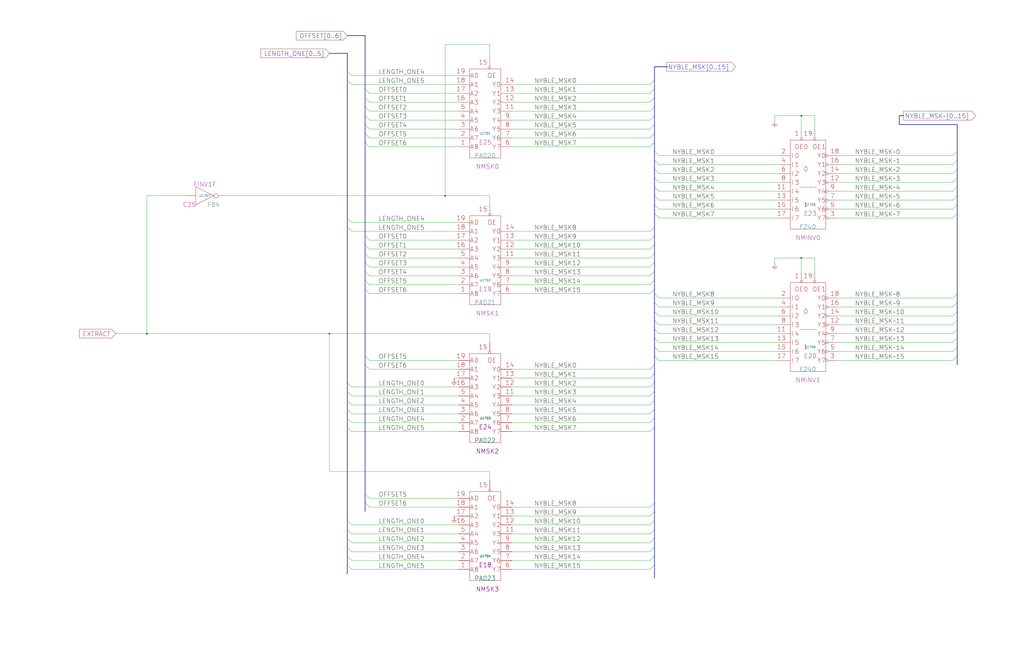
<source format=kicad_sch>
(kicad_sch (version 20211123) (generator eeschema)
  (paper "User" 584.2 378.46)
  (title_block (title "ROTATOR NIBBLE MASK") (date "20-MAR-90") (rev "1.0") (comment 1 "FIU") (comment 2 "232-003065") (comment 3 "S400") (comment 4 "RELEASED"))
  (lib_symbols
    (symbol "r1000:F04" (pin_numbers hide) (pin_names hide)
      (property "Reference" "U" (at 0 0 0))
      (property "Value" "F04" (at 1.27 -5.08 0))
      (property "Location" "___" (at -12.7 -5.08 0))
      (property "Name" "______" (at 0 5.08 0))
      (symbol "F04_0_1"
        (polyline (pts (xy -7.62 0) (xy -5.08 0)) (stroke (width 0.1524)))
        (polyline (pts (xy -5.08 5.08) (xy -5.08 -5.08)) (stroke (width 0.1524)))
        (polyline (pts (xy 5.08 0) (xy -5.08 -5.08)) (stroke (width 0.1524)))
        (polyline (pts (xy 5.08 0) (xy -5.08 5.08)) (stroke (width 0.1524)))
        (circle (center 6.35 0) (radius 1.27) (stroke (width 0.1524)))
      )
      (symbol "F04_1_1"
        (pin input line (at -10.16 0 0) (length 2.54) (name "D") (number "1"))
        (pin output line (at 10.16 0 180) (length 2.54) (name "Q") (number "2"))
      )
    )
    (symbol "r1000:F240" (pin_numbers hide) (pin_names (offset 1.016) hide)
      (property "Reference" "U" (at 2.54 5.08 0))
      (property "Value" "F240" (at -3.81 -7.62 0))
      (property "Location" "___" (at -1.27 0 0))
      (property "Name" "______" (at 1.27 -15.24 0))
      (symbol "F240_1_1"
        (rectangle (start -8.89 41.91) (end 11.43 -8.89))
        (circle (center -2.54 42.545) (radius 0.635))
        (circle (center 5.08 42.545) (radius 0.635))
        (circle (center 12.065 -2.54) (radius 0.635))
        (circle (center 12.065 2.54) (radius 0.635))
        (circle (center 12.065 7.62) (radius 0.635))
        (circle (center 12.065 12.7) (radius 0.635))
        (circle (center 12.065 17.78) (radius 0.635))
        (circle (center 12.065 22.86) (radius 0.635))
        (circle (center 12.065 27.94) (radius 0.635))
        (circle (center 12.065 33.02) (radius 0.635))
        (text "-" (at -2.54 15.24 0) (effects (font (size 2.54 2.54))))
        (text "-" (at 0 15.24 0) (effects (font (size 2.54 2.54))))
        (text "-" (at 2.54 15.24 0) (effects (font (size 2.54 2.54))))
        (text "-" (at 5.08 15.24 0) (effects (font (size 2.54 2.54))))
        (text "0" (at -5.08 33.02 0) (effects (font (size 2.54 2.54))))
        (text "0" (at 0 25.4 0) (effects (font (size 2.54 2.54))))
        (text "0" (at 0 38.1 0) (effects (font (size 2.54 2.54))))
        (text "0" (at 10.16 33.02 0) (effects (font (size 2.54 2.54))))
        (text "1" (at -15.24 0 0) (effects (font (size 2.54 2.54))))
        (text "1" (at -15.24 5.08 0) (effects (font (size 2.54 2.54))))
        (text "1" (at -15.24 10.16 0) (effects (font (size 2.54 2.54))))
        (text "1" (at -15.24 15.24 0) (effects (font (size 2.54 2.54))))
        (text "1" (at -12.7 15.24 0) (effects (font (size 2.54 2.54))))
        (text "1" (at -5.08 27.94 0) (effects (font (size 2.54 2.54))))
        (text "1" (at -5.08 45.72 0) (effects (font (size 2.54 2.54))))
        (text "1" (at 0 5.08 0) (effects (font (size 2.54 2.54))))
        (text "1" (at 0 45.72 0) (effects (font (size 2.54 2.54))))
        (text "1" (at 10.16 27.94 0) (effects (font (size 2.54 2.54))))
        (text "1" (at 10.16 38.1 0) (effects (font (size 2.54 2.54))))
        (text "1" (at 15.24 20.32 0) (effects (font (size 2.54 2.54))))
        (text "1" (at 15.24 25.4 0) (effects (font (size 2.54 2.54))))
        (text "1" (at 15.24 30.48 0) (effects (font (size 2.54 2.54))))
        (text "1" (at 15.24 35.56 0) (effects (font (size 2.54 2.54))))
        (text "2" (at -12.7 35.56 0) (effects (font (size 2.54 2.54))))
        (text "2" (at -5.08 22.86 0) (effects (font (size 2.54 2.54))))
        (text "2" (at 10.16 22.86 0) (effects (font (size 2.54 2.54))))
        (text "2" (at 17.78 20.32 0) (effects (font (size 2.54 2.54))))
        (text "3" (at -12.7 10.16 0) (effects (font (size 2.54 2.54))))
        (text "3" (at -5.08 17.78 0) (effects (font (size 2.54 2.54))))
        (text "3" (at 10.16 17.78 0) (effects (font (size 2.54 2.54))))
        (text "3" (at 15.24 0 0) (effects (font (size 2.54 2.54))))
        (text "4" (at -12.7 30.48 0) (effects (font (size 2.54 2.54))))
        (text "4" (at -5.08 12.7 0) (effects (font (size 2.54 2.54))))
        (text "4" (at 10.16 12.7 0) (effects (font (size 2.54 2.54))))
        (text "4" (at 17.78 25.4 0) (effects (font (size 2.54 2.54))))
        (text "5" (at -12.7 5.08 0) (effects (font (size 2.54 2.54))))
        (text "5" (at -5.08 7.62 0) (effects (font (size 2.54 2.54))))
        (text "5" (at 10.16 7.62 0) (effects (font (size 2.54 2.54))))
        (text "5" (at 15.24 5.08 0) (effects (font (size 2.54 2.54))))
        (text "6" (at -12.7 25.4 0) (effects (font (size 2.54 2.54))))
        (text "6" (at -5.08 2.54 0) (effects (font (size 2.54 2.54))))
        (text "6" (at 10.16 2.54 0) (effects (font (size 2.54 2.54))))
        (text "6" (at 17.78 30.48 0) (effects (font (size 2.54 2.54))))
        (text "7" (at -12.7 0 0) (effects (font (size 2.54 2.54))))
        (text "7" (at -5.08 -2.54 0) (effects (font (size 2.54 2.54))))
        (text "7" (at 10.16 -2.54 0) (effects (font (size 2.54 2.54))))
        (text "7" (at 15.24 10.16 0) (effects (font (size 2.54 2.54))))
        (text "8" (at -12.7 20.32 0) (effects (font (size 2.54 2.54))))
        (text "8" (at 17.78 35.56 0) (effects (font (size 2.54 2.54))))
        (text "9" (at 2.54 45.72 0) (effects (font (size 2.54 2.54))))
        (text "9" (at 15.24 15.24 0) (effects (font (size 2.54 2.54))))
        (text "E" (at -2.54 38.1 0) (effects (font (size 2.54 2.54))))
        (text "E" (at 7.62 38.1 0) (effects (font (size 2.54 2.54))))
        (text "I" (at -7.62 -2.54 0) (effects (font (size 2.54 2.54))))
        (text "I" (at -7.62 2.54 0) (effects (font (size 2.54 2.54))))
        (text "I" (at -7.62 7.62 0) (effects (font (size 2.54 2.54))))
        (text "I" (at -7.62 12.7 0) (effects (font (size 2.54 2.54))))
        (text "I" (at -7.62 17.78 0) (effects (font (size 2.54 2.54))))
        (text "I" (at -7.62 22.86 0) (effects (font (size 2.54 2.54))))
        (text "I" (at -7.62 27.94 0) (effects (font (size 2.54 2.54))))
        (text "I" (at -7.62 33.02 0) (effects (font (size 2.54 2.54))))
        (text "O" (at -5.08 38.1 0) (effects (font (size 2.54 2.54))))
        (text "O" (at 5.08 38.1 0) (effects (font (size 2.54 2.54))))
        (text "Y" (at 7.62 -2.54 0) (effects (font (size 2.54 2.54))))
        (text "Y" (at 7.62 2.54 0) (effects (font (size 2.54 2.54))))
        (text "Y" (at 7.62 7.62 0) (effects (font (size 2.54 2.54))))
        (text "Y" (at 7.62 12.7 0) (effects (font (size 2.54 2.54))))
        (text "Y" (at 7.62 17.78 0) (effects (font (size 2.54 2.54))))
        (text "Y" (at 7.62 22.86 0) (effects (font (size 2.54 2.54))))
        (text "Y" (at 7.62 27.94 0) (effects (font (size 2.54 2.54))))
        (text "Y" (at 7.62 33.02 0) (effects (font (size 2.54 2.54))))
        (pin input line (at -2.54 48.26 270) (length 5.08) (name "OE0_") (number "1"))
        (pin input line (at -15.24 12.7 0) (length 6.35) (name "I4") (number "11"))
        (pin tri_state line (at 17.78 17.78 180) (length 5.08) (name "Y3_") (number "12"))
        (pin input line (at -15.24 7.62 0) (length 6.35) (name "I5") (number "13"))
        (pin tri_state line (at 17.78 22.86 180) (length 5.08) (name "Y2_") (number "14"))
        (pin input line (at -15.24 2.54 0) (length 6.35) (name "I6") (number "15"))
        (pin tri_state line (at 17.78 27.94 180) (length 5.08) (name "Y1_") (number "16"))
        (pin input line (at -15.24 -2.54 0) (length 6.35) (name "I7") (number "17"))
        (pin tri_state line (at 17.78 33.02 180) (length 5.08) (name "Y0_") (number "18"))
        (pin input line (at 5.08 48.26 270) (length 5.08) (name "OE1_") (number "19"))
        (pin input line (at -15.24 33.02 0) (length 6.35) (name "I0") (number "2"))
        (pin tri_state line (at 17.78 -2.54 180) (length 5.08) (name "Y7_") (number "3"))
        (pin input line (at -15.24 27.94 0) (length 6.35) (name "I1") (number "4"))
        (pin tri_state line (at 17.78 2.54 180) (length 5.08) (name "Y6_") (number "5"))
        (pin input line (at -15.24 22.86 0) (length 6.35) (name "I2") (number "6"))
        (pin tri_state line (at 17.78 7.62 180) (length 5.08) (name "Y5_") (number "7"))
        (pin input line (at -15.24 17.78 0) (length 6.35) (name "I3") (number "8"))
        (pin tri_state line (at 17.78 12.7 180) (length 5.08) (name "Y4_") (number "9"))
      )
    )
    (symbol "r1000:PAxxx" (pin_numbers hide) (pin_names (offset 1.016) hide)
      (property "Reference" "U" (at 2.54 5.08 0))
      (property "Value" "PAxxx" (at -3.81 -7.62 0))
      (property "Location" "___" (at -1.27 0 0))
      (property "Name" "______" (at 3.81 -15.24 0))
      (symbol "PAxxx_1_1"
        (rectangle (start -6.35 41.91) (end 11.43 -8.89))
        (circle (center 5.08 42.545) (radius 0.635))
        (text "0" (at -2.54 38.1 0) (effects (font (size 2.54 2.54))))
        (text "0" (at 10.16 33.02 0) (effects (font (size 2.54 2.54))))
        (text "1" (at -12.7 25.4 0) (effects (font (size 2.54 2.54))))
        (text "1" (at -12.7 30.48 0) (effects (font (size 2.54 2.54))))
        (text "1" (at -12.7 35.56 0) (effects (font (size 2.54 2.54))))
        (text "1" (at -12.7 40.64 0) (effects (font (size 2.54 2.54))))
        (text "1" (at -10.16 0 0) (effects (font (size 2.54 2.54))))
        (text "1" (at -2.54 33.02 0) (effects (font (size 2.54 2.54))))
        (text "1" (at 0 45.72 0) (effects (font (size 2.54 2.54))))
        (text "1" (at 10.16 27.94 0) (effects (font (size 2.54 2.54))))
        (text "1" (at 15.24 20.32 0) (effects (font (size 2.54 2.54))))
        (text "1" (at 15.24 25.4 0) (effects (font (size 2.54 2.54))))
        (text "1" (at 15.24 30.48 0) (effects (font (size 2.54 2.54))))
        (text "1" (at 15.24 35.56 0) (effects (font (size 2.54 2.54))))
        (text "1" (at 17.78 20.32 0) (effects (font (size 2.54 2.54))))
        (text "2" (at -10.16 5.08 0) (effects (font (size 2.54 2.54))))
        (text "2" (at -2.54 27.94 0) (effects (font (size 2.54 2.54))))
        (text "2" (at 10.16 22.86 0) (effects (font (size 2.54 2.54))))
        (text "2" (at 17.78 25.4 0) (effects (font (size 2.54 2.54))))
        (text "3" (at -10.16 10.16 0) (effects (font (size 2.54 2.54))))
        (text "3" (at -2.54 22.86 0) (effects (font (size 2.54 2.54))))
        (text "3" (at 10.16 17.78 0) (effects (font (size 2.54 2.54))))
        (text "3" (at 17.78 30.48 0) (effects (font (size 2.54 2.54))))
        (text "4" (at -10.16 15.24 0) (effects (font (size 2.54 2.54))))
        (text "4" (at -2.54 17.78 0) (effects (font (size 2.54 2.54))))
        (text "4" (at 10.16 12.7 0) (effects (font (size 2.54 2.54))))
        (text "4" (at 17.78 35.56 0) (effects (font (size 2.54 2.54))))
        (text "5" (at -10.16 20.32 0) (effects (font (size 2.54 2.54))))
        (text "5" (at -2.54 12.7 0) (effects (font (size 2.54 2.54))))
        (text "5" (at 2.54 45.72 0) (effects (font (size 2.54 2.54))))
        (text "5" (at 10.16 7.62 0) (effects (font (size 2.54 2.54))))
        (text "6" (at -10.16 25.4 0) (effects (font (size 2.54 2.54))))
        (text "6" (at -2.54 7.62 0) (effects (font (size 2.54 2.54))))
        (text "6" (at 10.16 2.54 0) (effects (font (size 2.54 2.54))))
        (text "6" (at 15.24 0 0) (effects (font (size 2.54 2.54))))
        (text "7" (at -10.16 30.48 0) (effects (font (size 2.54 2.54))))
        (text "7" (at -2.54 2.54 0) (effects (font (size 2.54 2.54))))
        (text "7" (at 10.16 -2.54 0) (effects (font (size 2.54 2.54))))
        (text "7" (at 15.24 5.08 0) (effects (font (size 2.54 2.54))))
        (text "8" (at -10.16 35.56 0) (effects (font (size 2.54 2.54))))
        (text "8" (at -2.54 -2.54 0) (effects (font (size 2.54 2.54))))
        (text "8" (at 15.24 10.16 0) (effects (font (size 2.54 2.54))))
        (text "9" (at -10.16 40.64 0) (effects (font (size 2.54 2.54))))
        (text "9" (at 15.24 15.24 0) (effects (font (size 2.54 2.54))))
        (text "A" (at -5.08 -2.54 0) (effects (font (size 2.54 2.54))))
        (text "A" (at -5.08 2.54 0) (effects (font (size 2.54 2.54))))
        (text "A" (at -5.08 7.62 0) (effects (font (size 2.54 2.54))))
        (text "A" (at -5.08 12.7 0) (effects (font (size 2.54 2.54))))
        (text "A" (at -5.08 17.78 0) (effects (font (size 2.54 2.54))))
        (text "A" (at -5.08 22.86 0) (effects (font (size 2.54 2.54))))
        (text "A" (at -5.08 27.94 0) (effects (font (size 2.54 2.54))))
        (text "A" (at -5.08 33.02 0) (effects (font (size 2.54 2.54))))
        (text "A" (at -5.08 38.1 0) (effects (font (size 2.54 2.54))))
        (text "E" (at 7.62 38.1 0) (effects (font (size 2.54 2.54))))
        (text "O" (at 5.08 38.1 0) (effects (font (size 2.54 2.54))))
        (text "Y" (at 7.62 -2.54 0) (effects (font (size 2.54 2.54))))
        (text "Y" (at 7.62 2.54 0) (effects (font (size 2.54 2.54))))
        (text "Y" (at 7.62 7.62 0) (effects (font (size 2.54 2.54))))
        (text "Y" (at 7.62 12.7 0) (effects (font (size 2.54 2.54))))
        (text "Y" (at 7.62 17.78 0) (effects (font (size 2.54 2.54))))
        (text "Y" (at 7.62 22.86 0) (effects (font (size 2.54 2.54))))
        (text "Y" (at 7.62 27.94 0) (effects (font (size 2.54 2.54))))
        (text "Y" (at 7.62 33.02 0) (effects (font (size 2.54 2.54))))
        (pin input line (at -12.7 -2.54 0) (length 6.35) (name "A8") (number "1"))
        (pin tri_state line (at 17.78 17.78 180) (length 6.35) (name "Y3") (number "11"))
        (pin tri_state line (at 17.78 22.86 180) (length 6.35) (name "Y2") (number "12"))
        (pin tri_state line (at 17.78 27.94 180) (length 6.35) (name "Y1") (number "13"))
        (pin tri_state line (at 17.78 33.02 180) (length 6.35) (name "Y0") (number "14"))
        (pin input line (at 5.08 48.26 270) (length 5.08) (name "OE_") (number "15"))
        (pin input line (at -12.7 22.86 0) (length 6.35) (name "A3") (number "16"))
        (pin input line (at -12.7 27.94 0) (length 6.35) (name "A2") (number "17"))
        (pin input line (at -12.7 33.02 0) (length 6.35) (name "A1") (number "18"))
        (pin input line (at -12.7 38.1 0) (length 6.35) (name "A0") (number "19"))
        (pin input line (at -12.7 2.54 0) (length 6.35) (name "A7") (number "2"))
        (pin input line (at -12.7 7.62 0) (length 6.35) (name "A6") (number "3"))
        (pin input line (at -12.7 12.7 0) (length 6.35) (name "A5") (number "4"))
        (pin input line (at -12.7 17.78 0) (length 6.35) (name "A4") (number "5"))
        (pin tri_state line (at 17.78 -2.54 180) (length 6.35) (name "Y7") (number "6"))
        (pin tri_state line (at 17.78 2.54 180) (length 6.35) (name "Y6") (number "7"))
        (pin tri_state line (at 17.78 7.62 180) (length 6.35) (name "Y5") (number "8"))
        (pin tri_state line (at 17.78 12.7 180) (length 6.35) (name "Y4") (number "9"))
      )
    )
    (symbol "r1000:PD" (power) (pin_numbers hide) (pin_names hide) (in_bom no)
      (symbol "PD_0_1"
        (polyline (pts (xy 0 -2.54) (xy 1.27 -2.54) (xy 0 -3.81) (xy -1.27 -2.54) (xy 0 -2.54)) (stroke (width 0.1524)))
      )
      (symbol "PD_1_1"
        (pin power_in line (at 0 0 270) (length 2.54) (name "PD") (number "1"))
      )
    )
  )
  (bus (pts (xy 187.96 30.48) (xy 198.12 30.48)))
  (bus (pts (xy 198.12 124.46) (xy 198.12 129.54)))
  (bus (pts (xy 198.12 129.54) (xy 198.12 218.44)))
  (bus (pts (xy 198.12 20.32) (xy 208.28 20.32)))
  (bus (pts (xy 198.12 218.44) (xy 198.12 223.52)))
  (bus (pts (xy 198.12 223.52) (xy 198.12 228.6)))
  (bus (pts (xy 198.12 228.6) (xy 198.12 233.68)))
  (bus (pts (xy 198.12 233.68) (xy 198.12 238.76)))
  (bus (pts (xy 198.12 238.76) (xy 198.12 243.84)))
  (bus (pts (xy 198.12 243.84) (xy 198.12 297.18)))
  (bus (pts (xy 198.12 297.18) (xy 198.12 302.26)))
  (bus (pts (xy 198.12 30.48) (xy 198.12 40.64)))
  (bus (pts (xy 198.12 302.26) (xy 198.12 307.34)))
  (bus (pts (xy 198.12 307.34) (xy 198.12 312.42)))
  (bus (pts (xy 198.12 312.42) (xy 198.12 317.5)))
  (bus (pts (xy 198.12 317.5) (xy 198.12 322.58)))
  (bus (pts (xy 198.12 322.58) (xy 198.12 327.66)))
  (bus (pts (xy 198.12 40.64) (xy 198.12 45.72)))
  (bus (pts (xy 198.12 45.72) (xy 198.12 124.46)))
  (bus (pts (xy 208.28 134.62) (xy 208.28 139.7)))
  (bus (pts (xy 208.28 139.7) (xy 208.28 144.78)))
  (bus (pts (xy 208.28 144.78) (xy 208.28 149.86)))
  (bus (pts (xy 208.28 149.86) (xy 208.28 154.94)))
  (bus (pts (xy 208.28 154.94) (xy 208.28 160.02)))
  (bus (pts (xy 208.28 160.02) (xy 208.28 165.1)))
  (bus (pts (xy 208.28 165.1) (xy 208.28 203.2)))
  (bus (pts (xy 208.28 20.32) (xy 208.28 50.8)))
  (bus (pts (xy 208.28 203.2) (xy 208.28 208.28)))
  (bus (pts (xy 208.28 208.28) (xy 208.28 281.94)))
  (bus (pts (xy 208.28 281.94) (xy 208.28 287.02)))
  (bus (pts (xy 208.28 287.02) (xy 208.28 292.1)))
  (bus (pts (xy 208.28 50.8) (xy 208.28 55.88)))
  (bus (pts (xy 208.28 55.88) (xy 208.28 60.96)))
  (bus (pts (xy 208.28 60.96) (xy 208.28 66.04)))
  (bus (pts (xy 208.28 66.04) (xy 208.28 71.12)))
  (bus (pts (xy 208.28 71.12) (xy 208.28 76.2)))
  (bus (pts (xy 208.28 76.2) (xy 208.28 81.28)))
  (bus (pts (xy 208.28 81.28) (xy 208.28 134.62)))
  (bus (pts (xy 373.38 101.6) (xy 373.38 106.68)))
  (bus (pts (xy 373.38 106.68) (xy 373.38 111.76)))
  (bus (pts (xy 373.38 111.76) (xy 373.38 116.84)))
  (bus (pts (xy 373.38 116.84) (xy 373.38 121.92)))
  (bus (pts (xy 373.38 121.92) (xy 373.38 129.54)))
  (bus (pts (xy 373.38 129.54) (xy 373.38 134.62)))
  (bus (pts (xy 373.38 134.62) (xy 373.38 139.7)))
  (bus (pts (xy 373.38 139.7) (xy 373.38 144.78)))
  (bus (pts (xy 373.38 144.78) (xy 373.38 149.86)))
  (bus (pts (xy 373.38 149.86) (xy 373.38 154.94)))
  (bus (pts (xy 373.38 154.94) (xy 373.38 160.02)))
  (bus (pts (xy 373.38 160.02) (xy 373.38 165.1)))
  (bus (pts (xy 373.38 165.1) (xy 373.38 167.64)))
  (bus (pts (xy 373.38 167.64) (xy 373.38 172.72)))
  (bus (pts (xy 373.38 172.72) (xy 373.38 177.8)))
  (bus (pts (xy 373.38 177.8) (xy 373.38 182.88)))
  (bus (pts (xy 373.38 182.88) (xy 373.38 187.96)))
  (bus (pts (xy 373.38 187.96) (xy 373.38 193.04)))
  (bus (pts (xy 373.38 193.04) (xy 373.38 198.12)))
  (bus (pts (xy 373.38 198.12) (xy 373.38 203.2)))
  (bus (pts (xy 373.38 203.2) (xy 373.38 208.28)))
  (bus (pts (xy 373.38 208.28) (xy 373.38 213.36)))
  (bus (pts (xy 373.38 213.36) (xy 373.38 218.44)))
  (bus (pts (xy 373.38 218.44) (xy 373.38 223.52)))
  (bus (pts (xy 373.38 223.52) (xy 373.38 228.6)))
  (bus (pts (xy 373.38 228.6) (xy 373.38 233.68)))
  (bus (pts (xy 373.38 233.68) (xy 373.38 238.76)))
  (bus (pts (xy 373.38 238.76) (xy 373.38 243.84)))
  (bus (pts (xy 373.38 243.84) (xy 373.38 287.02)))
  (bus (pts (xy 373.38 287.02) (xy 373.38 292.1)))
  (bus (pts (xy 373.38 292.1) (xy 373.38 297.18)))
  (bus (pts (xy 373.38 297.18) (xy 373.38 302.26)))
  (bus (pts (xy 373.38 302.26) (xy 373.38 307.34)))
  (bus (pts (xy 373.38 307.34) (xy 373.38 312.42)))
  (bus (pts (xy 373.38 312.42) (xy 373.38 317.5)))
  (bus (pts (xy 373.38 317.5) (xy 373.38 322.58)))
  (bus (pts (xy 373.38 322.58) (xy 373.38 330.2)))
  (bus (pts (xy 373.38 38.1) (xy 373.38 45.72)))
  (bus (pts (xy 373.38 38.1) (xy 381 38.1)))
  (bus (pts (xy 373.38 45.72) (xy 373.38 50.8)))
  (bus (pts (xy 373.38 50.8) (xy 373.38 55.88)))
  (bus (pts (xy 373.38 55.88) (xy 373.38 60.96)))
  (bus (pts (xy 373.38 60.96) (xy 373.38 66.04)))
  (bus (pts (xy 373.38 66.04) (xy 373.38 71.12)))
  (bus (pts (xy 373.38 71.12) (xy 373.38 76.2)))
  (bus (pts (xy 373.38 76.2) (xy 373.38 81.28)))
  (bus (pts (xy 373.38 81.28) (xy 373.38 86.36)))
  (bus (pts (xy 373.38 86.36) (xy 373.38 91.44)))
  (bus (pts (xy 373.38 91.44) (xy 373.38 96.52)))
  (bus (pts (xy 373.38 96.52) (xy 373.38 101.6)))
  (bus (pts (xy 513.08 66.04) (xy 515.62 66.04)))
  (bus (pts (xy 513.08 71.12) (xy 513.08 66.04)))
  (bus (pts (xy 546.1 101.6) (xy 546.1 106.68)))
  (bus (pts (xy 546.1 106.68) (xy 546.1 111.76)))
  (bus (pts (xy 546.1 111.76) (xy 546.1 116.84)))
  (bus (pts (xy 546.1 116.84) (xy 546.1 121.92)))
  (bus (pts (xy 546.1 121.92) (xy 546.1 167.64)))
  (bus (pts (xy 546.1 167.64) (xy 546.1 172.72)))
  (bus (pts (xy 546.1 172.72) (xy 546.1 177.8)))
  (bus (pts (xy 546.1 177.8) (xy 546.1 182.88)))
  (bus (pts (xy 546.1 182.88) (xy 546.1 187.96)))
  (bus (pts (xy 546.1 187.96) (xy 546.1 193.04)))
  (bus (pts (xy 546.1 193.04) (xy 546.1 198.12)))
  (bus (pts (xy 546.1 198.12) (xy 546.1 203.2)))
  (bus (pts (xy 546.1 203.2) (xy 546.1 208.28)))
  (bus (pts (xy 546.1 71.12) (xy 513.08 71.12)))
  (bus (pts (xy 546.1 71.12) (xy 546.1 86.36)))
  (bus (pts (xy 546.1 86.36) (xy 546.1 91.44)))
  (bus (pts (xy 546.1 91.44) (xy 546.1 96.52)))
  (bus (pts (xy 546.1 96.52) (xy 546.1 101.6)))
  (wire (pts (xy 106.68 111.76) (xy 83.82 111.76)))
  (wire (pts (xy 127 111.76) (xy 254 111.76)))
  (wire (pts (xy 187.96 190.5) (xy 83.82 190.5)))
  (wire (pts (xy 187.96 269.24) (xy 187.96 190.5)))
  (wire (pts (xy 200.66 127) (xy 261.62 127)))
  (wire (pts (xy 200.66 132.08) (xy 261.62 132.08)))
  (wire (pts (xy 200.66 220.98) (xy 261.62 220.98)))
  (wire (pts (xy 200.66 226.06) (xy 261.62 226.06)))
  (wire (pts (xy 200.66 231.14) (xy 261.62 231.14)))
  (wire (pts (xy 200.66 236.22) (xy 261.62 236.22)))
  (wire (pts (xy 200.66 241.3) (xy 261.62 241.3)))
  (wire (pts (xy 200.66 246.38) (xy 261.62 246.38)))
  (wire (pts (xy 200.66 299.72) (xy 261.62 299.72)))
  (wire (pts (xy 200.66 304.8) (xy 261.62 304.8)))
  (wire (pts (xy 200.66 309.88) (xy 261.62 309.88)))
  (wire (pts (xy 200.66 314.96) (xy 261.62 314.96)))
  (wire (pts (xy 200.66 320.04) (xy 261.62 320.04)))
  (wire (pts (xy 200.66 325.12) (xy 261.62 325.12)))
  (wire (pts (xy 200.66 43.18) (xy 261.62 43.18)))
  (wire (pts (xy 200.66 48.26) (xy 261.62 48.26)))
  (wire (pts (xy 210.82 137.16) (xy 261.62 137.16)))
  (wire (pts (xy 210.82 142.24) (xy 261.62 142.24)))
  (wire (pts (xy 210.82 147.32) (xy 261.62 147.32)))
  (wire (pts (xy 210.82 152.4) (xy 261.62 152.4)))
  (wire (pts (xy 210.82 157.48) (xy 261.62 157.48)))
  (wire (pts (xy 210.82 162.56) (xy 261.62 162.56)))
  (wire (pts (xy 210.82 167.64) (xy 261.62 167.64)))
  (wire (pts (xy 210.82 205.74) (xy 261.62 205.74)))
  (wire (pts (xy 210.82 210.82) (xy 261.62 210.82)))
  (wire (pts (xy 210.82 284.48) (xy 261.62 284.48)))
  (wire (pts (xy 210.82 289.56) (xy 261.62 289.56)))
  (wire (pts (xy 210.82 53.34) (xy 261.62 53.34)))
  (wire (pts (xy 210.82 58.42) (xy 261.62 58.42)))
  (wire (pts (xy 210.82 63.5) (xy 261.62 63.5)))
  (wire (pts (xy 210.82 68.58) (xy 261.62 68.58)))
  (wire (pts (xy 210.82 73.66) (xy 261.62 73.66)))
  (wire (pts (xy 210.82 78.74) (xy 261.62 78.74)))
  (wire (pts (xy 210.82 83.82) (xy 261.62 83.82)))
  (wire (pts (xy 254 111.76) (xy 279.4 111.76)))
  (wire (pts (xy 254 25.4) (xy 254 111.76)))
  (wire (pts (xy 259.08 215.9) (xy 261.62 215.9)))
  (wire (pts (xy 259.08 294.64) (xy 261.62 294.64)))
  (wire (pts (xy 279.4 116.84) (xy 279.4 111.76)))
  (wire (pts (xy 279.4 190.5) (xy 187.96 190.5)))
  (wire (pts (xy 279.4 195.58) (xy 279.4 190.5)))
  (wire (pts (xy 279.4 25.4) (xy 254 25.4)))
  (wire (pts (xy 279.4 269.24) (xy 187.96 269.24)))
  (wire (pts (xy 279.4 274.32) (xy 279.4 269.24)))
  (wire (pts (xy 279.4 33.02) (xy 279.4 25.4)))
  (wire (pts (xy 292.1 132.08) (xy 370.84 132.08)))
  (wire (pts (xy 292.1 137.16) (xy 370.84 137.16)))
  (wire (pts (xy 292.1 142.24) (xy 370.84 142.24)))
  (wire (pts (xy 292.1 147.32) (xy 370.84 147.32)))
  (wire (pts (xy 292.1 152.4) (xy 370.84 152.4)))
  (wire (pts (xy 292.1 157.48) (xy 370.84 157.48)))
  (wire (pts (xy 292.1 162.56) (xy 370.84 162.56)))
  (wire (pts (xy 292.1 167.64) (xy 370.84 167.64)))
  (wire (pts (xy 292.1 210.82) (xy 370.84 210.82)))
  (wire (pts (xy 292.1 215.9) (xy 370.84 215.9)))
  (wire (pts (xy 292.1 220.98) (xy 370.84 220.98)))
  (wire (pts (xy 292.1 226.06) (xy 370.84 226.06)))
  (wire (pts (xy 292.1 231.14) (xy 370.84 231.14)))
  (wire (pts (xy 292.1 236.22) (xy 370.84 236.22)))
  (wire (pts (xy 292.1 241.3) (xy 370.84 241.3)))
  (wire (pts (xy 292.1 246.38) (xy 370.84 246.38)))
  (wire (pts (xy 292.1 289.56) (xy 370.84 289.56)))
  (wire (pts (xy 292.1 294.64) (xy 370.84 294.64)))
  (wire (pts (xy 292.1 299.72) (xy 370.84 299.72)))
  (wire (pts (xy 292.1 304.8) (xy 370.84 304.8)))
  (wire (pts (xy 292.1 309.88) (xy 370.84 309.88)))
  (wire (pts (xy 292.1 314.96) (xy 370.84 314.96)))
  (wire (pts (xy 292.1 320.04) (xy 370.84 320.04)))
  (wire (pts (xy 292.1 325.12) (xy 370.84 325.12)))
  (wire (pts (xy 292.1 48.26) (xy 370.84 48.26)))
  (wire (pts (xy 292.1 53.34) (xy 370.84 53.34)))
  (wire (pts (xy 292.1 58.42) (xy 370.84 58.42)))
  (wire (pts (xy 292.1 63.5) (xy 370.84 63.5)))
  (wire (pts (xy 292.1 68.58) (xy 370.84 68.58)))
  (wire (pts (xy 292.1 73.66) (xy 370.84 73.66)))
  (wire (pts (xy 292.1 78.74) (xy 370.84 78.74)))
  (wire (pts (xy 292.1 83.82) (xy 370.84 83.82)))
  (wire (pts (xy 375.92 104.14) (xy 444.5 104.14)))
  (wire (pts (xy 375.92 109.22) (xy 444.5 109.22)))
  (wire (pts (xy 375.92 114.3) (xy 444.5 114.3)))
  (wire (pts (xy 375.92 119.38) (xy 444.5 119.38)))
  (wire (pts (xy 375.92 124.46) (xy 444.5 124.46)))
  (wire (pts (xy 375.92 170.18) (xy 444.5 170.18)))
  (wire (pts (xy 375.92 175.26) (xy 444.5 175.26)))
  (wire (pts (xy 375.92 180.34) (xy 444.5 180.34)))
  (wire (pts (xy 375.92 185.42) (xy 444.5 185.42)))
  (wire (pts (xy 375.92 190.5) (xy 444.5 190.5)))
  (wire (pts (xy 375.92 195.58) (xy 444.5 195.58)))
  (wire (pts (xy 375.92 200.66) (xy 444.5 200.66)))
  (wire (pts (xy 375.92 205.74) (xy 444.5 205.74)))
  (wire (pts (xy 375.92 88.9) (xy 444.5 88.9)))
  (wire (pts (xy 375.92 93.98) (xy 444.5 93.98)))
  (wire (pts (xy 375.92 99.06) (xy 444.5 99.06)))
  (wire (pts (xy 441.96 147.32) (xy 441.96 149.86)))
  (wire (pts (xy 441.96 66.04) (xy 441.96 68.58)))
  (wire (pts (xy 457.2 147.32) (xy 441.96 147.32)))
  (wire (pts (xy 457.2 147.32) (xy 457.2 154.94)))
  (wire (pts (xy 457.2 66.04) (xy 441.96 66.04)))
  (wire (pts (xy 457.2 66.04) (xy 457.2 73.66)))
  (wire (pts (xy 464.82 147.32) (xy 457.2 147.32)))
  (wire (pts (xy 464.82 154.94) (xy 464.82 147.32)))
  (wire (pts (xy 464.82 66.04) (xy 457.2 66.04)))
  (wire (pts (xy 464.82 73.66) (xy 464.82 66.04)))
  (wire (pts (xy 477.52 104.14) (xy 543.56 104.14)))
  (wire (pts (xy 477.52 109.22) (xy 543.56 109.22)))
  (wire (pts (xy 477.52 114.3) (xy 543.56 114.3)))
  (wire (pts (xy 477.52 119.38) (xy 543.56 119.38)))
  (wire (pts (xy 477.52 124.46) (xy 543.56 124.46)))
  (wire (pts (xy 477.52 170.18) (xy 543.56 170.18)))
  (wire (pts (xy 477.52 175.26) (xy 543.56 175.26)))
  (wire (pts (xy 477.52 180.34) (xy 543.56 180.34)))
  (wire (pts (xy 477.52 185.42) (xy 543.56 185.42)))
  (wire (pts (xy 477.52 190.5) (xy 543.56 190.5)))
  (wire (pts (xy 477.52 195.58) (xy 543.56 195.58)))
  (wire (pts (xy 477.52 200.66) (xy 543.56 200.66)))
  (wire (pts (xy 477.52 205.74) (xy 543.56 205.74)))
  (wire (pts (xy 477.52 88.9) (xy 543.56 88.9)))
  (wire (pts (xy 477.52 93.98) (xy 543.56 93.98)))
  (wire (pts (xy 477.52 99.06) (xy 543.56 99.06)))
  (wire (pts (xy 83.82 111.76) (xy 83.82 190.5)))
  (wire (pts (xy 83.82 190.5) (xy 66.04 190.5)))
  (global_label "EXTRACT" (shape input) (at 66.04 190.5 180) (effects (font (size 2.54 2.54))) (property "Intersheet References" "${INTERSHEET_REFS}" (at 45.3692 190.3413 0) (effects (font (size 2.54 2.54)) (justify right))))
  (junction (at 83.82 190.5))
  (symbol (lib_id "r1000:F04") (at 116.84 111.76 0) (unit 1)
    (property "Reference" "U1707" (at 116.84 111.76 0))
    (property "Value" "F04" (at 118.11 116.84 0) (effects (font (size 2.54 2.54)) (justify left)))
    (property "Location" "C25" (at 104.14 116.84 0) (effects (font (size 2.54 2.54)) (justify left)))
    (property "Name" "FINV1F" (at 116.84 106.68 0) (effects (font (size 2.54 2.54)) (justify bottom)))
  )
  (global_label "LENGTH_ONE[0..5]" (shape input) (at 187.96 30.48 180) (effects (font (size 2.54 2.54))) (property "Intersheet References" "${INTERSHEET_REFS}" (at 148.7835 30.3213 0) (effects (font (size 2.54 2.54)) (justify right))))
  (junction (at 187.96 190.5))
  (global_label "OFFSET[0..6]" (shape input) (at 198.12 20.32 180) (effects (font (size 2.54 2.54))) (property "Intersheet References" "${INTERSHEET_REFS}" (at 168.9826 20.1613 0) (effects (font (size 2.54 2.54)) (justify right))))
  (bus_entry (at 198.12 40.64) (size 2.54 2.54))
  (bus_entry (at 198.12 45.72) (size 2.54 2.54))
  (bus_entry (at 198.12 124.46) (size 2.54 2.54))
  (bus_entry (at 198.12 129.54) (size 2.54 2.54))
  (bus_entry (at 198.12 218.44) (size 2.54 2.54))
  (bus_entry (at 198.12 223.52) (size 2.54 2.54))
  (bus_entry (at 198.12 228.6) (size 2.54 2.54))
  (bus_entry (at 198.12 233.68) (size 2.54 2.54))
  (bus_entry (at 198.12 238.76) (size 2.54 2.54))
  (bus_entry (at 198.12 243.84) (size 2.54 2.54))
  (bus_entry (at 198.12 297.18) (size 2.54 2.54))
  (bus_entry (at 198.12 302.26) (size 2.54 2.54))
  (bus_entry (at 198.12 307.34) (size 2.54 2.54))
  (bus_entry (at 198.12 312.42) (size 2.54 2.54))
  (bus_entry (at 198.12 317.5) (size 2.54 2.54))
  (bus_entry (at 198.12 322.58) (size 2.54 2.54))
  (bus_entry (at 208.28 50.8) (size 2.54 2.54))
  (bus_entry (at 208.28 55.88) (size 2.54 2.54))
  (bus_entry (at 208.28 60.96) (size 2.54 2.54))
  (bus_entry (at 208.28 66.04) (size 2.54 2.54))
  (bus_entry (at 208.28 71.12) (size 2.54 2.54))
  (bus_entry (at 208.28 76.2) (size 2.54 2.54))
  (bus_entry (at 208.28 81.28) (size 2.54 2.54))
  (bus_entry (at 208.28 134.62) (size 2.54 2.54))
  (bus_entry (at 208.28 139.7) (size 2.54 2.54))
  (bus_entry (at 208.28 144.78) (size 2.54 2.54))
  (bus_entry (at 208.28 149.86) (size 2.54 2.54))
  (bus_entry (at 208.28 154.94) (size 2.54 2.54))
  (bus_entry (at 208.28 160.02) (size 2.54 2.54))
  (bus_entry (at 208.28 165.1) (size 2.54 2.54))
  (bus_entry (at 208.28 203.2) (size 2.54 2.54))
  (bus_entry (at 208.28 208.28) (size 2.54 2.54))
  (bus_entry (at 208.28 281.94) (size 2.54 2.54))
  (bus_entry (at 208.28 287.02) (size 2.54 2.54))
  (label "LENGTH_ONE4" (at 215.9 43.18 0) (effects (font (size 2.54 2.54))))
  (label "LENGTH_ONE5" (at 215.9 48.26 0) (effects (font (size 2.54 2.54))))
  (label "OFFSET0" (at 215.9 53.34 0) (effects (font (size 2.54 2.54))))
  (label "OFFSET1" (at 215.9 58.42 0) (effects (font (size 2.54 2.54))))
  (label "OFFSET2" (at 215.9 63.5 0) (effects (font (size 2.54 2.54))))
  (label "OFFSET3" (at 215.9 68.58 0) (effects (font (size 2.54 2.54))))
  (label "OFFSET4" (at 215.9 73.66 0) (effects (font (size 2.54 2.54))))
  (label "OFFSET5" (at 215.9 78.74 0) (effects (font (size 2.54 2.54))))
  (label "OFFSET6" (at 215.9 83.82 0) (effects (font (size 2.54 2.54))))
  (label "LENGTH_ONE4" (at 215.9 127 0) (effects (font (size 2.54 2.54))))
  (label "LENGTH_ONE5" (at 215.9 132.08 0) (effects (font (size 2.54 2.54))))
  (label "OFFSET0" (at 215.9 137.16 0) (effects (font (size 2.54 2.54))))
  (label "OFFSET1" (at 215.9 142.24 0) (effects (font (size 2.54 2.54))))
  (label "OFFSET2" (at 215.9 147.32 0) (effects (font (size 2.54 2.54))))
  (label "OFFSET3" (at 215.9 152.4 0) (effects (font (size 2.54 2.54))))
  (label "OFFSET4" (at 215.9 157.48 0) (effects (font (size 2.54 2.54))))
  (label "OFFSET5" (at 215.9 162.56 0) (effects (font (size 2.54 2.54))))
  (label "OFFSET6" (at 215.9 167.64 0) (effects (font (size 2.54 2.54))))
  (label "OFFSET5" (at 215.9 205.74 0) (effects (font (size 2.54 2.54))))
  (label "OFFSET6" (at 215.9 210.82 0) (effects (font (size 2.54 2.54))))
  (label "LENGTH_ONE0" (at 215.9 220.98 0) (effects (font (size 2.54 2.54))))
  (label "LENGTH_ONE1" (at 215.9 226.06 0) (effects (font (size 2.54 2.54))))
  (label "LENGTH_ONE2" (at 215.9 231.14 0) (effects (font (size 2.54 2.54))))
  (label "LENGTH_ONE3" (at 215.9 236.22 0) (effects (font (size 2.54 2.54))))
  (label "LENGTH_ONE4" (at 215.9 241.3 0) (effects (font (size 2.54 2.54))))
  (label "LENGTH_ONE5" (at 215.9 246.38 0) (effects (font (size 2.54 2.54))))
  (label "OFFSET5" (at 215.9 284.48 0) (effects (font (size 2.54 2.54))))
  (label "OFFSET6" (at 215.9 289.56 0) (effects (font (size 2.54 2.54))))
  (label "LENGTH_ONE0" (at 215.9 299.72 0) (effects (font (size 2.54 2.54))))
  (label "LENGTH_ONE1" (at 215.9 304.8 0) (effects (font (size 2.54 2.54))))
  (label "LENGTH_ONE2" (at 215.9 309.88 0) (effects (font (size 2.54 2.54))))
  (label "LENGTH_ONE3" (at 215.9 314.96 0) (effects (font (size 2.54 2.54))))
  (label "LENGTH_ONE4" (at 215.9 320.04 0) (effects (font (size 2.54 2.54))))
  (label "LENGTH_ONE5" (at 215.9 325.12 0) (effects (font (size 2.54 2.54))))
  (junction (at 254 111.76))
  (symbol (lib_id "r1000:PD") (at 259.08 215.9 0) (unit 1) (in_bom no)
    (property "Reference" "#PWR0129" (effects hide))
    (property "Value" "PD" (effects hide))
  )
  (symbol (lib_id "r1000:PD") (at 259.08 294.64 0) (unit 1) (in_bom no)
    (property "Reference" "#PWR0128" (effects hide))
    (property "Value" "PD" (effects hide))
  )
  (symbol (lib_id "r1000:PAxxx") (at 274.32 81.28 0) (unit 1)
    (property "Reference" "U1701" (at 276.86 76.2 0))
    (property "Value" "PA020" (at 270.51 88.9 0) (effects (font (size 2.54 2.54)) (justify left)))
    (property "Location" "E25" (at 273.05 81.28 0) (effects (font (size 2.54 2.54)) (justify left)))
    (property "Name" "NMSK0" (at 278.13 96.52 0) (effects (font (size 2.54 2.54)) (justify bottom)))
  )
  (symbol (lib_id "r1000:PAxxx") (at 274.32 165.1 0) (unit 1)
    (property "Reference" "U1702" (at 276.86 160.02 0))
    (property "Value" "PA021" (at 270.51 172.72 0) (effects (font (size 2.54 2.54)) (justify left)))
    (property "Location" "E19" (at 273.05 165.1 0) (effects (font (size 2.54 2.54)) (justify left)))
    (property "Name" "NMSK1" (at 278.13 180.34 0) (effects (font (size 2.54 2.54)) (justify bottom)))
  )
  (symbol (lib_id "r1000:PAxxx") (at 274.32 243.84 0) (unit 1)
    (property "Reference" "U1703" (at 276.86 238.76 0))
    (property "Value" "PA022" (at 270.51 251.46 0) (effects (font (size 2.54 2.54)) (justify left)))
    (property "Location" "E24" (at 273.05 243.84 0) (effects (font (size 2.54 2.54)) (justify left)))
    (property "Name" "NMSK2" (at 278.13 259.08 0) (effects (font (size 2.54 2.54)) (justify bottom)))
  )
  (symbol (lib_id "r1000:PAxxx") (at 274.32 322.58 0) (unit 1)
    (property "Reference" "U1704" (at 276.86 317.5 0))
    (property "Value" "PA023" (at 270.51 330.2 0) (effects (font (size 2.54 2.54)) (justify left)))
    (property "Location" "E18" (at 273.05 322.58 0) (effects (font (size 2.54 2.54)) (justify left)))
    (property "Name" "NMSK3" (at 278.13 337.82 0) (effects (font (size 2.54 2.54)) (justify bottom)))
  )
  (label "NYBLE_MSK0" (at 304.8 48.26 0) (effects (font (size 2.54 2.54))))
  (label "NYBLE_MSK1" (at 304.8 53.34 0) (effects (font (size 2.54 2.54))))
  (label "NYBLE_MSK2" (at 304.8 58.42 0) (effects (font (size 2.54 2.54))))
  (label "NYBLE_MSK3" (at 304.8 63.5 0) (effects (font (size 2.54 2.54))))
  (label "NYBLE_MSK4" (at 304.8 68.58 0) (effects (font (size 2.54 2.54))))
  (label "NYBLE_MSK5" (at 304.8 73.66 0) (effects (font (size 2.54 2.54))))
  (label "NYBLE_MSK6" (at 304.8 78.74 0) (effects (font (size 2.54 2.54))))
  (label "NYBLE_MSK7" (at 304.8 83.82 0) (effects (font (size 2.54 2.54))))
  (label "NYBLE_MSK8" (at 304.8 132.08 0) (effects (font (size 2.54 2.54))))
  (label "NYBLE_MSK9" (at 304.8 137.16 0) (effects (font (size 2.54 2.54))))
  (label "NYBLE_MSK10" (at 304.8 142.24 0) (effects (font (size 2.54 2.54))))
  (label "NYBLE_MSK11" (at 304.8 147.32 0) (effects (font (size 2.54 2.54))))
  (label "NYBLE_MSK12" (at 304.8 152.4 0) (effects (font (size 2.54 2.54))))
  (label "NYBLE_MSK13" (at 304.8 157.48 0) (effects (font (size 2.54 2.54))))
  (label "NYBLE_MSK14" (at 304.8 162.56 0) (effects (font (size 2.54 2.54))))
  (label "NYBLE_MSK15" (at 304.8 167.64 0) (effects (font (size 2.54 2.54))))
  (label "NYBLE_MSK0" (at 304.8 210.82 0) (effects (font (size 2.54 2.54))))
  (label "NYBLE_MSK1" (at 304.8 215.9 0) (effects (font (size 2.54 2.54))))
  (label "NYBLE_MSK2" (at 304.8 220.98 0) (effects (font (size 2.54 2.54))))
  (label "NYBLE_MSK3" (at 304.8 226.06 0) (effects (font (size 2.54 2.54))))
  (label "NYBLE_MSK4" (at 304.8 231.14 0) (effects (font (size 2.54 2.54))))
  (label "NYBLE_MSK5" (at 304.8 236.22 0) (effects (font (size 2.54 2.54))))
  (label "NYBLE_MSK6" (at 304.8 241.3 0) (effects (font (size 2.54 2.54))))
  (label "NYBLE_MSK7" (at 304.8 246.38 0) (effects (font (size 2.54 2.54))))
  (label "NYBLE_MSK8" (at 304.8 289.56 0) (effects (font (size 2.54 2.54))))
  (label "NYBLE_MSK9" (at 304.8 294.64 0) (effects (font (size 2.54 2.54))))
  (label "NYBLE_MSK10" (at 304.8 299.72 0) (effects (font (size 2.54 2.54))))
  (label "NYBLE_MSK11" (at 304.8 304.8 0) (effects (font (size 2.54 2.54))))
  (label "NYBLE_MSK12" (at 304.8 309.88 0) (effects (font (size 2.54 2.54))))
  (label "NYBLE_MSK13" (at 304.8 314.96 0) (effects (font (size 2.54 2.54))))
  (label "NYBLE_MSK14" (at 304.8 320.04 0) (effects (font (size 2.54 2.54))))
  (label "NYBLE_MSK15" (at 304.8 325.12 0) (effects (font (size 2.54 2.54))))
  (bus_entry (at 373.38 45.72) (size -2.54 2.54))
  (bus_entry (at 373.38 50.8) (size -2.54 2.54))
  (bus_entry (at 373.38 55.88) (size -2.54 2.54))
  (bus_entry (at 373.38 60.96) (size -2.54 2.54))
  (bus_entry (at 373.38 66.04) (size -2.54 2.54))
  (bus_entry (at 373.38 71.12) (size -2.54 2.54))
  (bus_entry (at 373.38 76.2) (size -2.54 2.54))
  (bus_entry (at 373.38 81.28) (size -2.54 2.54))
  (bus_entry (at 373.38 86.36) (size 2.54 2.54))
  (bus_entry (at 373.38 91.44) (size 2.54 2.54))
  (bus_entry (at 373.38 96.52) (size 2.54 2.54))
  (bus_entry (at 373.38 101.6) (size 2.54 2.54))
  (bus_entry (at 373.38 106.68) (size 2.54 2.54))
  (bus_entry (at 373.38 111.76) (size 2.54 2.54))
  (bus_entry (at 373.38 116.84) (size 2.54 2.54))
  (bus_entry (at 373.38 121.92) (size 2.54 2.54))
  (bus_entry (at 373.38 129.54) (size -2.54 2.54))
  (bus_entry (at 373.38 134.62) (size -2.54 2.54))
  (bus_entry (at 373.38 139.7) (size -2.54 2.54))
  (bus_entry (at 373.38 144.78) (size -2.54 2.54))
  (bus_entry (at 373.38 149.86) (size -2.54 2.54))
  (bus_entry (at 373.38 154.94) (size -2.54 2.54))
  (bus_entry (at 373.38 160.02) (size -2.54 2.54))
  (bus_entry (at 373.38 165.1) (size -2.54 2.54))
  (bus_entry (at 373.38 167.64) (size 2.54 2.54))
  (bus_entry (at 373.38 172.72) (size 2.54 2.54))
  (bus_entry (at 373.38 177.8) (size 2.54 2.54))
  (bus_entry (at 373.38 182.88) (size 2.54 2.54))
  (bus_entry (at 373.38 187.96) (size 2.54 2.54))
  (bus_entry (at 373.38 193.04) (size 2.54 2.54))
  (bus_entry (at 373.38 198.12) (size 2.54 2.54))
  (bus_entry (at 373.38 203.2) (size 2.54 2.54))
  (bus_entry (at 373.38 208.28) (size -2.54 2.54))
  (bus_entry (at 373.38 213.36) (size -2.54 2.54))
  (bus_entry (at 373.38 218.44) (size -2.54 2.54))
  (bus_entry (at 373.38 223.52) (size -2.54 2.54))
  (bus_entry (at 373.38 228.6) (size -2.54 2.54))
  (bus_entry (at 373.38 233.68) (size -2.54 2.54))
  (bus_entry (at 373.38 238.76) (size -2.54 2.54))
  (bus_entry (at 373.38 243.84) (size -2.54 2.54))
  (bus_entry (at 373.38 287.02) (size -2.54 2.54))
  (bus_entry (at 373.38 292.1) (size -2.54 2.54))
  (bus_entry (at 373.38 297.18) (size -2.54 2.54))
  (bus_entry (at 373.38 302.26) (size -2.54 2.54))
  (bus_entry (at 373.38 307.34) (size -2.54 2.54))
  (bus_entry (at 373.38 312.42) (size -2.54 2.54))
  (bus_entry (at 373.38 317.5) (size -2.54 2.54))
  (bus_entry (at 373.38 322.58) (size -2.54 2.54))
  (global_label "NYBLE_MSK[0..15]" (shape output) (at 380.183 38.1 0) (effects (font (size 2.54 2.54))) (property "Intersheet References" "${INTERSHEET_REFS}" (at 419.6014 37.9413 0) (effects (font (size 2.54 2.54)) (justify left))))
  (label "NYBLE_MSK0" (at 383.54 88.9 0) (effects (font (size 2.54 2.54))))
  (label "NYBLE_MSK1" (at 383.54 93.98 0) (effects (font (size 2.54 2.54))))
  (label "NYBLE_MSK2" (at 383.54 99.06 0) (effects (font (size 2.54 2.54))))
  (label "NYBLE_MSK3" (at 383.54 104.14 0) (effects (font (size 2.54 2.54))))
  (label "NYBLE_MSK4" (at 383.54 109.22 0) (effects (font (size 2.54 2.54))))
  (label "NYBLE_MSK5" (at 383.54 114.3 0) (effects (font (size 2.54 2.54))))
  (label "NYBLE_MSK6" (at 383.54 119.38 0) (effects (font (size 2.54 2.54))))
  (label "NYBLE_MSK7" (at 383.54 124.46 0) (effects (font (size 2.54 2.54))))
  (label "NYBLE_MSK8" (at 383.54 170.18 0) (effects (font (size 2.54 2.54))))
  (label "NYBLE_MSK9" (at 383.54 175.26 0) (effects (font (size 2.54 2.54))))
  (label "NYBLE_MSK10" (at 383.54 180.34 0) (effects (font (size 2.54 2.54))))
  (label "NYBLE_MSK11" (at 383.54 185.42 0) (effects (font (size 2.54 2.54))))
  (label "NYBLE_MSK12" (at 383.54 190.5 0) (effects (font (size 2.54 2.54))))
  (label "NYBLE_MSK13" (at 383.54 195.58 0) (effects (font (size 2.54 2.54))))
  (label "NYBLE_MSK14" (at 383.54 200.66 0) (effects (font (size 2.54 2.54))))
  (label "NYBLE_MSK15" (at 383.54 205.74 0) (effects (font (size 2.54 2.54))))
  (symbol (lib_id "r1000:PD") (at 441.96 68.58 0) (unit 1) (in_bom no)
    (property "Reference" "#PWR01701" (effects hide))
    (property "Value" "PD" (effects hide))
  )
  (symbol (lib_id "r1000:PD") (at 441.96 149.86 0) (unit 1) (in_bom no)
    (property "Reference" "#PWR01702" (effects hide))
    (property "Value" "PD" (effects hide))
  )
  (junction (at 457.2 66.04))
  (junction (at 457.2 147.32))
  (symbol (lib_id "r1000:F240") (at 459.74 121.92 0) (unit 1)
    (property "Reference" "U1705" (at 462.28 116.84 0))
    (property "Value" "F240" (at 455.93 129.54 0) (effects (font (size 2.54 2.54)) (justify left)))
    (property "Location" "E23" (at 458.47 121.92 0) (effects (font (size 2.54 2.54)) (justify left)))
    (property "Name" "NMINV0" (at 461.01 137.16 0) (effects (font (size 2.54 2.54)) (justify bottom)))
  )
  (symbol (lib_id "r1000:F240") (at 459.74 203.2 0) (unit 1)
    (property "Reference" "U1706" (at 462.28 198.12 0))
    (property "Value" "F240" (at 455.93 210.82 0) (effects (font (size 2.54 2.54)) (justify left)))
    (property "Location" "E20" (at 458.47 203.2 0) (effects (font (size 2.54 2.54)) (justify left)))
    (property "Name" "NMINV1" (at 461.01 218.44 0) (effects (font (size 2.54 2.54)) (justify bottom)))
  )
  (label "NYBLE_MSK~0" (at 487.68 88.9 0) (effects (font (size 2.54 2.54))))
  (label "NYBLE_MSK~1" (at 487.68 93.98 0) (effects (font (size 2.54 2.54))))
  (label "NYBLE_MSK~2" (at 487.68 99.06 0) (effects (font (size 2.54 2.54))))
  (label "NYBLE_MSK~3" (at 487.68 104.14 0) (effects (font (size 2.54 2.54))))
  (label "NYBLE_MSK~4" (at 487.68 109.22 0) (effects (font (size 2.54 2.54))))
  (label "NYBLE_MSK~5" (at 487.68 114.3 0) (effects (font (size 2.54 2.54))))
  (label "NYBLE_MSK~6" (at 487.68 119.38 0) (effects (font (size 2.54 2.54))))
  (label "NYBLE_MSK~7" (at 487.68 124.46 0) (effects (font (size 2.54 2.54))))
  (label "NYBLE_MSK~8" (at 487.68 170.18 0) (effects (font (size 2.54 2.54))))
  (label "NYBLE_MSK~9" (at 487.68 175.26 0) (effects (font (size 2.54 2.54))))
  (label "NYBLE_MSK~10" (at 487.68 180.34 0) (effects (font (size 2.54 2.54))))
  (label "NYBLE_MSK~11" (at 487.68 185.42 0) (effects (font (size 2.54 2.54))))
  (label "NYBLE_MSK~12" (at 487.68 190.5 0) (effects (font (size 2.54 2.54))))
  (label "NYBLE_MSK~13" (at 487.68 195.58 0) (effects (font (size 2.54 2.54))))
  (label "NYBLE_MSK~14" (at 487.68 200.66 0) (effects (font (size 2.54 2.54))))
  (label "NYBLE_MSK~15" (at 487.68 205.74 0) (effects (font (size 2.54 2.54))))
  (global_label "NYBLE_MSK~[0..15]" (shape output) (at 515.3598 66.04 0) (effects (font (size 2.54 2.54))) (property "Intersheet References" "${INTERSHEET_REFS}" (at 556.5925 65.8813 0) (effects (font (size 2.54 2.54)) (justify left))))
  (bus_entry (at 546.1 86.36) (size -2.54 2.54))
  (bus_entry (at 546.1 91.44) (size -2.54 2.54))
  (bus_entry (at 546.1 96.52) (size -2.54 2.54))
  (bus_entry (at 546.1 101.6) (size -2.54 2.54))
  (bus_entry (at 546.1 106.68) (size -2.54 2.54))
  (bus_entry (at 546.1 111.76) (size -2.54 2.54))
  (bus_entry (at 546.1 116.84) (size -2.54 2.54))
  (bus_entry (at 546.1 121.92) (size -2.54 2.54))
  (bus_entry (at 546.1 167.64) (size -2.54 2.54))
  (bus_entry (at 546.1 172.72) (size -2.54 2.54))
  (bus_entry (at 546.1 177.8) (size -2.54 2.54))
  (bus_entry (at 546.1 182.88) (size -2.54 2.54))
  (bus_entry (at 546.1 187.96) (size -2.54 2.54))
  (bus_entry (at 546.1 193.04) (size -2.54 2.54))
  (bus_entry (at 546.1 198.12) (size -2.54 2.54))
  (bus_entry (at 546.1 203.2) (size -2.54 2.54))
)
</source>
